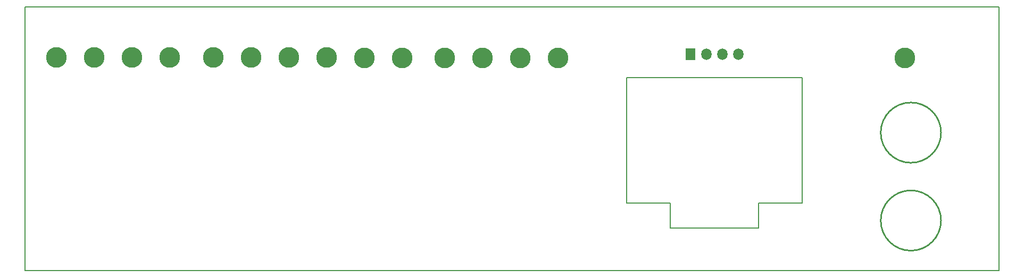
<source format=gts>
%FSLAX25Y25*%
%MOIN*%
G70*
G01*
G75*
G04 Layer_Color=8388736*
%ADD10C,0.01000*%
%ADD11C,0.04000*%
%ADD12C,0.02000*%
%ADD13C,0.00787*%
%ADD14C,0.12992*%
%ADD15O,0.05600X0.06400*%
%ADD16R,0.05600X0.06400*%
%ADD17C,0.04000*%
%ADD18C,0.05600*%
%ADD19C,0.05000*%
%ADD20R,0.06299X0.05512*%
%ADD21R,0.06000X0.05000*%
%ADD22R,0.05000X0.05000*%
%ADD23R,0.05000X0.05000*%
%ADD24R,0.11811X0.05906*%
%ADD25R,0.15748X0.07874*%
%ADD26R,0.05906X0.01181*%
%ADD27R,0.05000X0.06000*%
%ADD28R,0.04921X0.05118*%
%ADD29C,0.06000*%
%ADD30C,0.01200*%
%ADD31C,0.01600*%
%ADD32O,0.06400X0.07200*%
%ADD33R,0.06400X0.07200*%
D10*
X574016Y31496D02*
G03*
X574016Y31496I-18898J0D01*
G01*
Y86614D02*
G03*
X574016Y86614I-18898J0D01*
G01*
D13*
X404449Y26654D02*
X459567D01*
Y42402D01*
X463504D01*
X487126D01*
Y121142D01*
X376890D02*
X487126D01*
X376890Y42402D02*
Y121142D01*
Y42402D02*
X404449D01*
Y26654D02*
Y42402D01*
X0Y0D02*
Y165354D01*
X610236D01*
Y0D02*
Y165354D01*
X0Y0D02*
X610236D01*
D14*
X188976Y133858D02*
D03*
X165354D02*
D03*
X141732D02*
D03*
X118110D02*
D03*
X90551D02*
D03*
X66929D02*
D03*
X43307D02*
D03*
X19685D02*
D03*
X212598Y133465D02*
D03*
X236221D02*
D03*
X262992Y133465D02*
D03*
X286614D02*
D03*
X310236D02*
D03*
X333858D02*
D03*
X551181Y133465D02*
D03*
D32*
X447008Y135827D02*
D03*
X437008D02*
D03*
X427008D02*
D03*
D33*
X417008D02*
D03*
M02*

</source>
